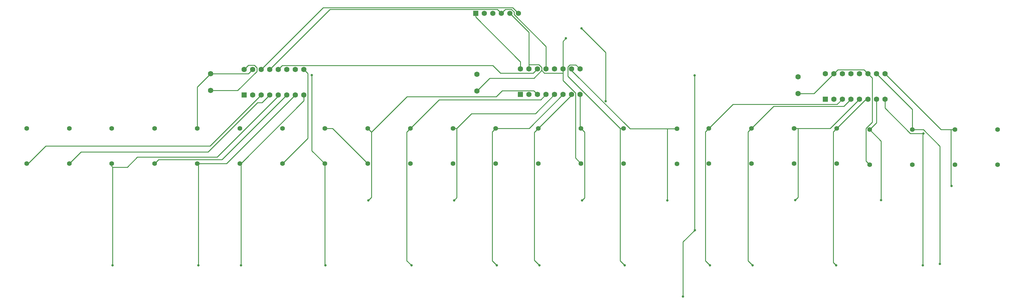
<source format=gbl>
G04 Layer: BottomLayer*
G04 EasyEDA v6.5.40, 2024-07-25 19:00:12*
G04 cb6e2e9fbd21486d88ae5690d2d3dc00,10*
G04 Gerber Generator version 0.2*
G04 Scale: 100 percent, Rotated: No, Reflected: No *
G04 Dimensions in millimeters *
G04 leading zeros omitted , absolute positions ,4 integer and 5 decimal *
%FSLAX45Y45*%
%MOMM*%

%ADD10C,0.2540*%
%ADD11C,1.6000*%
%ADD12C,1.5748*%
%ADD13R,1.5748X1.5748*%
%ADD14R,1.6000X1.6000*%
%ADD15C,1.4000*%
%ADD16C,0.7000*%
%ADD17C,0.0182*%

%LPD*%
D10*
X7747000Y4953000D02*
G01*
X9537801Y6743801D01*
X14528698Y6743801D01*
X14643100Y6629400D01*
X14643100Y6629400D02*
G01*
X14763699Y6749999D01*
X14943607Y6749999D01*
X15024100Y6669506D01*
X15024100Y6592544D01*
X15976600Y5640044D01*
X15976600Y4965700D01*
X15722600Y4965700D02*
G01*
X15595625Y4838725D01*
X14625472Y4838725D01*
X14394179Y5070017D01*
X8118017Y5070017D01*
X8001000Y4953000D01*
X7493000Y4191000D02*
G01*
X5969000Y2667000D01*
X1075207Y2667000D01*
X550214Y2142007D01*
X508000Y2142007D01*
X7493000Y4953000D02*
G01*
X9335566Y6795566D01*
X14984933Y6795566D01*
X15151100Y6629400D01*
X1778000Y2142007D02*
G01*
X2122957Y2486964D01*
X5907709Y2486964D01*
X7382687Y3961942D01*
X7517942Y3961942D01*
X7747000Y4191000D01*
X8128000Y2142007D02*
G01*
X8883904Y2897911D01*
X8883904Y4832095D01*
X8763000Y4953000D01*
X5588000Y3191992D02*
G01*
X5588000Y4428312D01*
X5981700Y4822012D01*
X10668000Y2142007D02*
G01*
X9618014Y3191992D01*
X9385300Y3191992D01*
X24549100Y4826000D02*
G01*
X23956213Y4233113D01*
X23482300Y4233113D01*
X7239000Y4953000D02*
G01*
X7108012Y4822012D01*
X5981700Y4822012D01*
X24549100Y4826000D02*
G01*
X24667108Y4944008D01*
X25446990Y4944008D01*
X25565100Y4826000D01*
X25565100Y4826000D02*
G01*
X25692100Y4699000D01*
X25692100Y3379343D01*
X25505663Y3192830D01*
X25505663Y2214219D01*
X25615900Y2103907D01*
X15468600Y4965700D02*
G01*
X15468600Y5094884D01*
X15468600Y5094884D02*
G01*
X15468600Y6057900D01*
X14897100Y6629400D01*
X17018000Y2142007D02*
G01*
X16852671Y2307336D01*
X16852671Y4250334D01*
X16484600Y4618405D01*
X16484600Y4845761D01*
X16484600Y4845761D02*
G01*
X15927146Y4845761D01*
X15849600Y4923307D01*
X13914958Y4309313D02*
G01*
X14299082Y4693437D01*
X15619729Y4693437D01*
X15849600Y4923307D01*
X15849600Y4923307D02*
G01*
X15849600Y5013452D01*
X15768167Y5094884D01*
X15468600Y5094884D01*
X16484600Y4845761D02*
G01*
X16484600Y4965700D01*
X16484600Y4965700D02*
G01*
X16484600Y5795162D01*
X16571823Y5882386D01*
X8255000Y4191000D02*
G01*
X6326504Y2262504D01*
X4438497Y2262504D01*
X4318000Y2142007D01*
X10779861Y3080130D02*
G01*
X11836069Y4136339D01*
X14491919Y4136339D01*
X14672995Y4317415D01*
X15608884Y4317415D01*
X15722600Y4203700D01*
X10688065Y1044651D02*
G01*
X10779861Y1136446D01*
X10779861Y3080130D01*
X10779861Y3080130D02*
G01*
X10668000Y3191992D01*
X17753584Y4000296D02*
G01*
X17753584Y5458485D01*
X17030141Y6181928D01*
X15214600Y4965700D02*
G01*
X15214600Y5184419D01*
X13881100Y6517919D01*
X13881100Y6629400D02*
G01*
X13881100Y6517919D01*
X6985000Y4953000D02*
G01*
X7110806Y5078806D01*
X7288326Y5078806D01*
X7366000Y5001132D01*
X7366000Y4896865D01*
X6791147Y4322013D01*
X5981700Y4322013D01*
X20061097Y-1831111D02*
G01*
X20061097Y-198805D01*
X20409357Y149453D01*
X20409357Y149453D02*
G01*
X20403108Y155702D01*
X20403108Y4776520D01*
X20403083Y4776520D01*
X6887006Y2142007D02*
G01*
X6887006Y-895146D01*
X8763000Y4191000D02*
G01*
X8763000Y4018000D01*
X6887006Y2142007D01*
X6887006Y2142007D02*
G01*
X6858000Y2142007D01*
X16992600Y4203700D02*
G01*
X16992600Y3217392D01*
X17018000Y3191992D01*
X17018000Y3191992D02*
G01*
X17124400Y3085592D01*
X17124400Y1120927D01*
X17047006Y1043533D01*
X27206956Y3037306D02*
G01*
X27206956Y-896594D01*
X26073100Y4064000D02*
G01*
X26073100Y3798188D01*
X26834084Y3037306D01*
X27206956Y3037306D01*
X27206956Y3037306D02*
G01*
X27221688Y3037306D01*
X27222704Y3038246D01*
X25615900Y3153892D02*
G01*
X25819100Y3357092D01*
X25819100Y4064000D01*
X25615900Y3153892D02*
G01*
X25956259Y2813659D01*
X25956259Y1045641D01*
X25565100Y4064000D02*
G01*
X25509981Y4064000D01*
X24638000Y3191992D01*
X24638000Y3191992D02*
G01*
X24533402Y3087395D01*
X24533402Y-808812D01*
X24621616Y-897026D01*
X23486872Y3191992D02*
G01*
X23486872Y1130172D01*
X23402290Y1045590D01*
X23368000Y3191992D02*
G01*
X23486872Y3191992D01*
X23486872Y3191992D02*
G01*
X24439092Y3191992D01*
X25311100Y4064000D01*
X25057100Y4064000D02*
G01*
X24845619Y3852519D01*
X22758527Y3852519D01*
X22098000Y3191992D01*
X22098000Y3191992D02*
G01*
X21995129Y3089122D01*
X21995129Y-763041D01*
X22127006Y-894918D01*
X24803100Y4064000D02*
G01*
X24647626Y3908526D01*
X21544534Y3908526D01*
X20828000Y3191992D01*
X20828000Y3191992D02*
G01*
X20723377Y3087370D01*
X20723377Y-763498D01*
X20857006Y-897128D01*
X19587006Y3179292D02*
G01*
X19587006Y1043533D01*
X19875500Y3179292D02*
G01*
X19587006Y3179292D01*
X16738600Y4965700D02*
G01*
X16738600Y4919370D01*
X18478677Y3179292D01*
X19587006Y3179292D01*
X16738600Y4203700D02*
G01*
X16738600Y4182592D01*
X15748000Y3191992D01*
X15748000Y3191992D02*
G01*
X15630550Y3074543D01*
X15630550Y-748741D01*
X15777006Y-895197D01*
X14478000Y3191992D02*
G01*
X15472892Y3191992D01*
X16484600Y4203700D01*
X14478000Y3191992D02*
G01*
X14374799Y3088792D01*
X14374799Y-765276D01*
X14507006Y-897483D01*
X13314095Y3191992D02*
G01*
X13314095Y1122400D01*
X13237006Y1045311D01*
X13208000Y3191992D02*
G01*
X13314095Y3191992D01*
X13314095Y3191992D02*
G01*
X13754277Y3632174D01*
X15659074Y3632174D01*
X16230600Y4203700D01*
X15976600Y4203700D02*
G01*
X15821126Y4048226D01*
X12794234Y4048226D01*
X11938000Y3191992D01*
X11938000Y3191992D02*
G01*
X11830405Y3084398D01*
X11830405Y-760603D01*
X11967006Y-897204D01*
X3063671Y2035733D02*
G01*
X3063671Y-896518D01*
X3035300Y2142007D02*
G01*
X3035300Y2064105D01*
X3063671Y2035733D01*
X3063671Y2035733D02*
G01*
X3501009Y2035733D01*
X3804335Y2339060D01*
X6184239Y2339060D01*
X8001000Y4155820D01*
X8001000Y4191000D01*
X5617006Y2142007D02*
G01*
X5617006Y-898245D01*
X8509000Y4191000D02*
G01*
X6460007Y2142007D01*
X5617006Y2142007D01*
X5617006Y2142007D02*
G01*
X5588000Y2142007D01*
X9404121Y-898372D02*
G01*
X9385300Y-879551D01*
X9385300Y2142007D01*
X9385300Y2142007D02*
G01*
X9002572Y2524734D01*
X9002572Y4785918D01*
X18183606Y3191992D02*
G01*
X18183606Y-761111D01*
X18317006Y-894511D01*
X16992600Y4965700D02*
G01*
X16868546Y5089753D01*
X16687596Y5089753D01*
X16625163Y5027320D01*
X16625163Y4750435D01*
X18183606Y3191992D01*
X18183606Y3191992D02*
G01*
X18288000Y3191992D01*
X28044648Y3153892D02*
G01*
X28044648Y1486027D01*
X28058109Y1472564D01*
X28155900Y3153892D02*
G01*
X28044648Y3153892D01*
X28044648Y3153892D02*
G01*
X27745182Y3153892D01*
X26073100Y4826000D01*
X25819100Y4826000D02*
G01*
X26885900Y3759200D01*
X26885900Y3153892D01*
X27710638Y-856614D02*
G01*
X27710638Y2659557D01*
X27216100Y3153892D01*
X26885900Y3153892D01*
D11*
G01*
X5981700Y4322013D03*
G01*
X5981700Y4822012D03*
G01*
X13914958Y4309313D03*
G01*
X13914958Y4809312D03*
D12*
G01*
X15151100Y6629400D03*
G01*
X14897100Y6629400D03*
G01*
X14643100Y6629400D03*
G01*
X14389100Y6629400D03*
G01*
X14135100Y6629400D03*
D13*
G01*
X13881100Y6629400D03*
D11*
G01*
X23482300Y4233113D03*
G01*
X23482300Y4733112D03*
G01*
X6985000Y4953000D03*
G01*
X7239000Y4953000D03*
G01*
X7493000Y4953000D03*
G01*
X7747000Y4953000D03*
G01*
X8001000Y4953000D03*
G01*
X8255000Y4953000D03*
G01*
X8509000Y4953000D03*
G01*
X8763000Y4953000D03*
G01*
X8763000Y4191000D03*
G01*
X8509000Y4191000D03*
G01*
X8255000Y4191000D03*
G01*
X8001000Y4191000D03*
G01*
X7747000Y4191000D03*
G01*
X7493000Y4191000D03*
G01*
X7239000Y4191000D03*
D14*
G01*
X6985000Y4191000D03*
D11*
G01*
X15214600Y4965700D03*
G01*
X15468600Y4965700D03*
G01*
X15722600Y4965700D03*
G01*
X15976600Y4965700D03*
G01*
X16230600Y4965700D03*
G01*
X16484600Y4965700D03*
G01*
X16738600Y4965700D03*
G01*
X16992600Y4965700D03*
G01*
X16992600Y4203700D03*
G01*
X16738600Y4203700D03*
G01*
X16484600Y4203700D03*
G01*
X16230600Y4203700D03*
G01*
X15976600Y4203700D03*
G01*
X15722600Y4203700D03*
G01*
X15468600Y4203700D03*
D14*
G01*
X15214600Y4203700D03*
D11*
G01*
X24295100Y4826000D03*
G01*
X24549100Y4826000D03*
G01*
X24803100Y4826000D03*
G01*
X25057100Y4826000D03*
G01*
X25311100Y4826000D03*
G01*
X25565100Y4826000D03*
G01*
X25819100Y4826000D03*
G01*
X26073100Y4826000D03*
G01*
X26073100Y4064000D03*
G01*
X25819100Y4064000D03*
G01*
X25565100Y4064000D03*
G01*
X25311100Y4064000D03*
G01*
X25057100Y4064000D03*
G01*
X24803100Y4064000D03*
G01*
X24549100Y4064000D03*
D14*
G01*
X24295100Y4064000D03*
D15*
G01*
X10668000Y3191997D03*
G01*
X10668000Y2142012D03*
G01*
X11938000Y3191997D03*
G01*
X11938000Y2142012D03*
G01*
X13208000Y3191997D03*
G01*
X13208000Y2142012D03*
G01*
X14478000Y3191997D03*
G01*
X14478000Y2142012D03*
G01*
X15748000Y3191997D03*
G01*
X15748000Y2142012D03*
G01*
X17018000Y3191997D03*
G01*
X17018000Y2142012D03*
G01*
X18288000Y3191997D03*
G01*
X18288000Y2142012D03*
G01*
X19875500Y3179297D03*
G01*
X19875500Y2129312D03*
G01*
X20828000Y3191992D03*
G01*
X20828000Y2142007D03*
G01*
X22098000Y3191992D03*
G01*
X22098000Y2142007D03*
G01*
X23368000Y3191992D03*
G01*
X23368000Y2142007D03*
G01*
X24638000Y3191992D03*
G01*
X24638000Y2142007D03*
G01*
X25615900Y3153892D03*
G01*
X25615900Y2103907D03*
G01*
X29425900Y3153892D03*
G01*
X29425900Y2103907D03*
G01*
X28155900Y3153892D03*
G01*
X28155900Y2103907D03*
G01*
X26885900Y3153892D03*
G01*
X26885900Y2103907D03*
G01*
X8128000Y2142007D03*
G01*
X8128000Y3191992D03*
G01*
X6858000Y2142007D03*
G01*
X6858000Y3191992D03*
G01*
X5588000Y2142007D03*
G01*
X5588000Y3191992D03*
G01*
X4318000Y2142007D03*
G01*
X4318000Y3191992D03*
G01*
X3035300Y2142007D03*
G01*
X3035300Y3191992D03*
G01*
X1778000Y2142007D03*
G01*
X1778000Y3191992D03*
G01*
X508000Y2142007D03*
G01*
X508000Y3191992D03*
G01*
X9385300Y2142007D03*
G01*
X9385300Y3191992D03*
D16*
G01*
X27710638Y-856614D03*
G01*
X28058109Y1472564D03*
G01*
X18317006Y-894511D03*
G01*
X9002572Y4785918D03*
G01*
X9404121Y-898372D03*
G01*
X5617006Y-898245D03*
G01*
X3063671Y-896518D03*
G01*
X11967006Y-897204D03*
G01*
X13237006Y1045311D03*
G01*
X14507006Y-897483D03*
G01*
X15777006Y-895197D03*
G01*
X19587006Y1043533D03*
G01*
X20857006Y-897128D03*
G01*
X22127006Y-894918D03*
G01*
X23402290Y1045590D03*
G01*
X24621616Y-897026D03*
G01*
X25956259Y1045641D03*
G01*
X27222704Y3038246D03*
G01*
X27206956Y-896594D03*
G01*
X17047006Y1043533D03*
G01*
X6887006Y-895146D03*
G01*
X20403083Y4776520D03*
G01*
X20061097Y-1831111D03*
G01*
X20409357Y149453D03*
G01*
X17030141Y6181928D03*
G01*
X17753584Y4000296D03*
G01*
X10688065Y1044651D03*
G01*
X16571823Y5882386D03*
M02*

</source>
